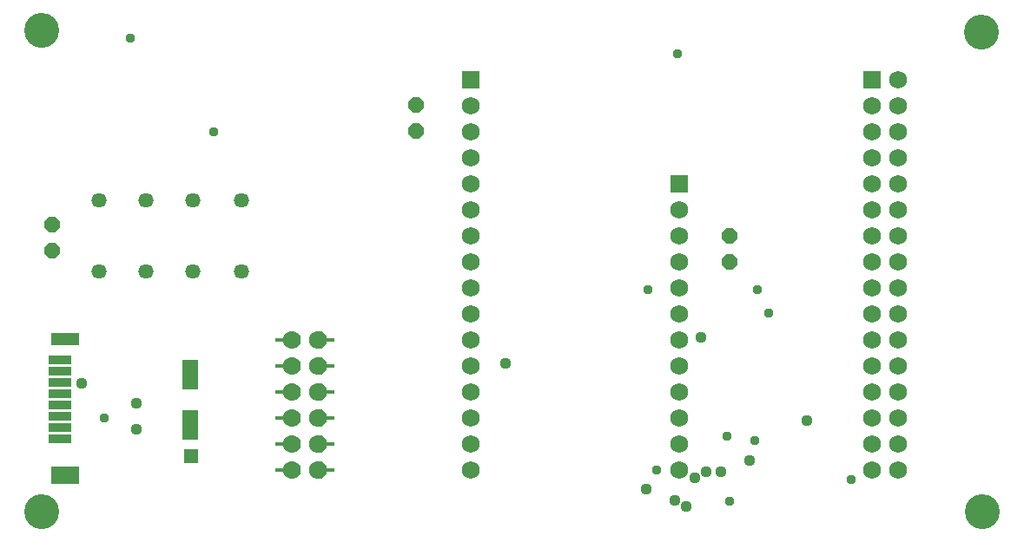
<source format=gbr>
G04 EAGLE Gerber RS-274X export*
G75*
%MOMM*%
%FSLAX34Y34*%
%LPD*%
%INSoldermask Top*%
%IPPOS*%
%AMOC8*
5,1,8,0,0,1.08239X$1,22.5*%
G01*
%ADD10C,3.403200*%
%ADD11P,1.649562X8X292.500000*%
%ADD12R,2.203200X0.903200*%
%ADD13R,2.803200X1.203200*%
%ADD14R,2.803200X1.703200*%
%ADD15R,1.603200X2.903200*%
%ADD16R,1.403200X1.403200*%
%ADD17R,1.733200X1.733200*%
%ADD18C,1.733200*%
%ADD19C,1.461200*%
%ADD20C,0.959600*%
%ADD21C,1.117600*%

G36*
X296098Y489197D02*
X296098Y489197D01*
X296104Y489193D01*
X297767Y489691D01*
X297771Y489696D01*
X297776Y489694D01*
X299308Y490509D01*
X299311Y490516D01*
X299316Y490514D01*
X300659Y491615D01*
X300660Y491622D01*
X300666Y491621D01*
X301766Y492964D01*
X301766Y492971D01*
X301771Y492972D01*
X302586Y494504D01*
X302585Y494511D01*
X302589Y494513D01*
X303077Y496141D01*
X310940Y496141D01*
X310987Y496177D01*
X310982Y496184D01*
X310989Y496190D01*
X310989Y499490D01*
X310953Y499537D01*
X310946Y499532D01*
X310940Y499539D01*
X303077Y499539D01*
X302589Y501167D01*
X302584Y501171D01*
X302586Y501176D01*
X301771Y502708D01*
X301764Y502711D01*
X301766Y502716D01*
X300666Y504059D01*
X300658Y504060D01*
X300659Y504066D01*
X299316Y505166D01*
X299309Y505166D01*
X299308Y505171D01*
X297776Y505986D01*
X297769Y505985D01*
X297767Y505989D01*
X296104Y506487D01*
X296094Y506484D01*
X296090Y506489D01*
X294640Y506489D01*
X294637Y506487D01*
X294635Y506489D01*
X292957Y506324D01*
X292952Y506319D01*
X292948Y506322D01*
X291335Y505833D01*
X291330Y505827D01*
X291326Y505829D01*
X289839Y505034D01*
X289836Y505028D01*
X289831Y505029D01*
X288528Y503959D01*
X288526Y503952D01*
X288521Y503952D01*
X287451Y502649D01*
X287451Y502642D01*
X287446Y502641D01*
X286651Y501154D01*
X286652Y501147D01*
X286648Y501145D01*
X286158Y499532D01*
X286161Y499525D01*
X286156Y499523D01*
X285991Y497845D01*
X285995Y497839D01*
X285991Y497835D01*
X286156Y496157D01*
X286161Y496152D01*
X286158Y496148D01*
X286648Y494535D01*
X286653Y494530D01*
X286651Y494526D01*
X287446Y493039D01*
X287453Y493036D01*
X287451Y493031D01*
X288521Y491728D01*
X288528Y491726D01*
X288528Y491721D01*
X289831Y490651D01*
X289838Y490651D01*
X289839Y490646D01*
X291326Y489851D01*
X291333Y489852D01*
X291335Y489848D01*
X292948Y489358D01*
X292955Y489361D01*
X292957Y489356D01*
X294635Y489191D01*
X294638Y489193D01*
X294640Y489191D01*
X296090Y489191D01*
X296098Y489197D01*
G37*
G36*
X296098Y463797D02*
X296098Y463797D01*
X296104Y463793D01*
X297767Y464291D01*
X297771Y464296D01*
X297776Y464294D01*
X299308Y465109D01*
X299311Y465116D01*
X299316Y465114D01*
X300659Y466215D01*
X300660Y466222D01*
X300666Y466221D01*
X301766Y467564D01*
X301766Y467571D01*
X301771Y467572D01*
X302586Y469104D01*
X302585Y469111D01*
X302589Y469113D01*
X303077Y470741D01*
X310940Y470741D01*
X310987Y470777D01*
X310982Y470784D01*
X310989Y470790D01*
X310989Y474090D01*
X310953Y474137D01*
X310946Y474132D01*
X310940Y474139D01*
X303077Y474139D01*
X302589Y475767D01*
X302584Y475771D01*
X302586Y475776D01*
X301771Y477308D01*
X301764Y477311D01*
X301766Y477316D01*
X300666Y478659D01*
X300658Y478660D01*
X300659Y478666D01*
X299316Y479766D01*
X299309Y479766D01*
X299308Y479771D01*
X297776Y480586D01*
X297769Y480585D01*
X297767Y480589D01*
X296104Y481087D01*
X296094Y481084D01*
X296090Y481089D01*
X294640Y481089D01*
X294637Y481087D01*
X294635Y481089D01*
X292957Y480924D01*
X292952Y480919D01*
X292948Y480922D01*
X291335Y480433D01*
X291330Y480427D01*
X291326Y480429D01*
X289839Y479634D01*
X289836Y479628D01*
X289831Y479629D01*
X288528Y478559D01*
X288526Y478552D01*
X288521Y478552D01*
X287451Y477249D01*
X287451Y477242D01*
X287446Y477241D01*
X286651Y475754D01*
X286652Y475747D01*
X286648Y475745D01*
X286158Y474132D01*
X286161Y474125D01*
X286156Y474123D01*
X285991Y472445D01*
X285995Y472439D01*
X285991Y472435D01*
X286156Y470757D01*
X286161Y470752D01*
X286158Y470748D01*
X286648Y469135D01*
X286653Y469130D01*
X286651Y469126D01*
X287446Y467639D01*
X287453Y467636D01*
X287451Y467631D01*
X288521Y466328D01*
X288528Y466326D01*
X288528Y466321D01*
X289831Y465251D01*
X289838Y465251D01*
X289839Y465246D01*
X291326Y464451D01*
X291333Y464452D01*
X291335Y464448D01*
X292948Y463958D01*
X292955Y463961D01*
X292957Y463956D01*
X294635Y463791D01*
X294638Y463793D01*
X294640Y463791D01*
X296090Y463791D01*
X296098Y463797D01*
G37*
G36*
X296098Y438397D02*
X296098Y438397D01*
X296104Y438393D01*
X297767Y438891D01*
X297771Y438896D01*
X297776Y438894D01*
X299308Y439709D01*
X299311Y439716D01*
X299316Y439714D01*
X300659Y440815D01*
X300660Y440822D01*
X300666Y440821D01*
X301766Y442164D01*
X301766Y442171D01*
X301771Y442172D01*
X302586Y443704D01*
X302585Y443711D01*
X302589Y443713D01*
X303077Y445341D01*
X310940Y445341D01*
X310987Y445377D01*
X310982Y445384D01*
X310989Y445390D01*
X310989Y448690D01*
X310953Y448737D01*
X310946Y448732D01*
X310940Y448739D01*
X303077Y448739D01*
X302589Y450367D01*
X302584Y450371D01*
X302586Y450376D01*
X301771Y451908D01*
X301764Y451911D01*
X301766Y451916D01*
X300666Y453259D01*
X300658Y453260D01*
X300659Y453266D01*
X299316Y454366D01*
X299309Y454366D01*
X299308Y454371D01*
X297776Y455186D01*
X297769Y455185D01*
X297767Y455189D01*
X296104Y455687D01*
X296094Y455684D01*
X296090Y455689D01*
X294640Y455689D01*
X294637Y455687D01*
X294635Y455689D01*
X292957Y455524D01*
X292952Y455519D01*
X292948Y455522D01*
X291335Y455033D01*
X291330Y455027D01*
X291326Y455029D01*
X289839Y454234D01*
X289836Y454228D01*
X289831Y454229D01*
X288528Y453159D01*
X288526Y453152D01*
X288521Y453152D01*
X287451Y451849D01*
X287451Y451842D01*
X287446Y451841D01*
X286651Y450354D01*
X286652Y450347D01*
X286648Y450345D01*
X286158Y448732D01*
X286161Y448725D01*
X286156Y448723D01*
X285991Y447045D01*
X285995Y447039D01*
X285991Y447035D01*
X286156Y445357D01*
X286161Y445352D01*
X286158Y445348D01*
X286648Y443735D01*
X286653Y443730D01*
X286651Y443726D01*
X287446Y442239D01*
X287453Y442236D01*
X287451Y442231D01*
X288521Y440928D01*
X288528Y440926D01*
X288528Y440921D01*
X289831Y439851D01*
X289838Y439851D01*
X289839Y439846D01*
X291326Y439051D01*
X291333Y439052D01*
X291335Y439048D01*
X292948Y438558D01*
X292955Y438561D01*
X292957Y438556D01*
X294635Y438391D01*
X294638Y438393D01*
X294640Y438391D01*
X296090Y438391D01*
X296098Y438397D01*
G37*
G36*
X296098Y412997D02*
X296098Y412997D01*
X296104Y412993D01*
X297767Y413491D01*
X297771Y413496D01*
X297776Y413494D01*
X299308Y414309D01*
X299311Y414316D01*
X299316Y414314D01*
X300659Y415415D01*
X300660Y415422D01*
X300666Y415421D01*
X301766Y416764D01*
X301766Y416771D01*
X301771Y416772D01*
X302586Y418304D01*
X302585Y418311D01*
X302589Y418313D01*
X303077Y419941D01*
X310940Y419941D01*
X310987Y419977D01*
X310982Y419984D01*
X310989Y419990D01*
X310989Y423290D01*
X310953Y423337D01*
X310946Y423332D01*
X310940Y423339D01*
X303077Y423339D01*
X302589Y424967D01*
X302584Y424971D01*
X302586Y424976D01*
X301771Y426508D01*
X301764Y426511D01*
X301766Y426516D01*
X300666Y427859D01*
X300658Y427860D01*
X300659Y427866D01*
X299316Y428966D01*
X299309Y428966D01*
X299308Y428971D01*
X297776Y429786D01*
X297769Y429785D01*
X297767Y429789D01*
X296104Y430287D01*
X296094Y430284D01*
X296090Y430289D01*
X294640Y430289D01*
X294637Y430287D01*
X294635Y430289D01*
X292957Y430124D01*
X292952Y430119D01*
X292948Y430122D01*
X291335Y429633D01*
X291330Y429627D01*
X291326Y429629D01*
X289839Y428834D01*
X289836Y428828D01*
X289831Y428829D01*
X288528Y427759D01*
X288526Y427752D01*
X288521Y427752D01*
X287451Y426449D01*
X287451Y426442D01*
X287446Y426441D01*
X286651Y424954D01*
X286652Y424947D01*
X286648Y424945D01*
X286158Y423332D01*
X286161Y423325D01*
X286156Y423323D01*
X285991Y421645D01*
X285995Y421639D01*
X285991Y421635D01*
X286156Y419957D01*
X286161Y419952D01*
X286158Y419948D01*
X286648Y418335D01*
X286653Y418330D01*
X286651Y418326D01*
X287446Y416839D01*
X287453Y416836D01*
X287451Y416831D01*
X288521Y415528D01*
X288528Y415526D01*
X288528Y415521D01*
X289831Y414451D01*
X289838Y414451D01*
X289839Y414446D01*
X291326Y413651D01*
X291333Y413652D01*
X291335Y413648D01*
X292948Y413158D01*
X292955Y413161D01*
X292957Y413156D01*
X294635Y412991D01*
X294638Y412993D01*
X294640Y412991D01*
X296090Y412991D01*
X296098Y412997D01*
G37*
G36*
X296098Y387597D02*
X296098Y387597D01*
X296104Y387593D01*
X297767Y388091D01*
X297771Y388096D01*
X297776Y388094D01*
X299308Y388909D01*
X299311Y388916D01*
X299316Y388914D01*
X300659Y390015D01*
X300660Y390022D01*
X300666Y390021D01*
X301766Y391364D01*
X301766Y391371D01*
X301771Y391372D01*
X302586Y392904D01*
X302585Y392911D01*
X302589Y392913D01*
X303077Y394541D01*
X310940Y394541D01*
X310987Y394577D01*
X310982Y394584D01*
X310989Y394590D01*
X310989Y397890D01*
X310953Y397937D01*
X310946Y397932D01*
X310940Y397939D01*
X303077Y397939D01*
X302589Y399567D01*
X302584Y399571D01*
X302586Y399576D01*
X301771Y401108D01*
X301764Y401111D01*
X301766Y401116D01*
X300666Y402459D01*
X300658Y402460D01*
X300659Y402466D01*
X299316Y403566D01*
X299309Y403566D01*
X299308Y403571D01*
X297776Y404386D01*
X297769Y404385D01*
X297767Y404389D01*
X296104Y404887D01*
X296094Y404884D01*
X296090Y404889D01*
X294640Y404889D01*
X294637Y404887D01*
X294635Y404889D01*
X292957Y404724D01*
X292952Y404719D01*
X292948Y404722D01*
X291335Y404233D01*
X291330Y404227D01*
X291326Y404229D01*
X289839Y403434D01*
X289836Y403428D01*
X289831Y403429D01*
X288528Y402359D01*
X288526Y402352D01*
X288521Y402352D01*
X287451Y401049D01*
X287451Y401042D01*
X287446Y401041D01*
X286651Y399554D01*
X286652Y399547D01*
X286648Y399545D01*
X286158Y397932D01*
X286161Y397925D01*
X286156Y397923D01*
X285991Y396245D01*
X285995Y396239D01*
X285991Y396235D01*
X286156Y394557D01*
X286161Y394552D01*
X286158Y394548D01*
X286648Y392935D01*
X286653Y392930D01*
X286651Y392926D01*
X287446Y391439D01*
X287453Y391436D01*
X287451Y391431D01*
X288521Y390128D01*
X288528Y390126D01*
X288528Y390121D01*
X289831Y389051D01*
X289838Y389051D01*
X289839Y389046D01*
X291326Y388251D01*
X291333Y388252D01*
X291335Y388248D01*
X292948Y387758D01*
X292955Y387761D01*
X292957Y387756D01*
X294635Y387591D01*
X294638Y387593D01*
X294640Y387591D01*
X296090Y387591D01*
X296098Y387597D01*
G37*
G36*
X296098Y362197D02*
X296098Y362197D01*
X296104Y362193D01*
X297767Y362691D01*
X297771Y362696D01*
X297776Y362694D01*
X299308Y363509D01*
X299311Y363516D01*
X299316Y363514D01*
X300659Y364615D01*
X300660Y364622D01*
X300666Y364621D01*
X301766Y365964D01*
X301766Y365971D01*
X301771Y365972D01*
X302586Y367504D01*
X302585Y367511D01*
X302589Y367513D01*
X303077Y369141D01*
X310940Y369141D01*
X310987Y369177D01*
X310982Y369184D01*
X310989Y369190D01*
X310989Y372490D01*
X310953Y372537D01*
X310946Y372532D01*
X310940Y372539D01*
X303077Y372539D01*
X302589Y374167D01*
X302584Y374171D01*
X302586Y374176D01*
X301771Y375708D01*
X301764Y375711D01*
X301766Y375716D01*
X300666Y377059D01*
X300658Y377060D01*
X300659Y377066D01*
X299316Y378166D01*
X299309Y378166D01*
X299308Y378171D01*
X297776Y378986D01*
X297769Y378985D01*
X297767Y378989D01*
X296104Y379487D01*
X296094Y379484D01*
X296090Y379489D01*
X294640Y379489D01*
X294637Y379487D01*
X294635Y379489D01*
X292957Y379324D01*
X292952Y379319D01*
X292948Y379322D01*
X291335Y378833D01*
X291330Y378827D01*
X291326Y378829D01*
X289839Y378034D01*
X289836Y378028D01*
X289831Y378029D01*
X288528Y376959D01*
X288526Y376952D01*
X288521Y376952D01*
X287451Y375649D01*
X287451Y375642D01*
X287446Y375641D01*
X286651Y374154D01*
X286652Y374147D01*
X286648Y374145D01*
X286158Y372532D01*
X286161Y372525D01*
X286156Y372523D01*
X285991Y370845D01*
X285995Y370839D01*
X285991Y370835D01*
X286156Y369157D01*
X286161Y369152D01*
X286158Y369148D01*
X286648Y367535D01*
X286653Y367530D01*
X286651Y367526D01*
X287446Y366039D01*
X287453Y366036D01*
X287451Y366031D01*
X288521Y364728D01*
X288528Y364726D01*
X288528Y364721D01*
X289831Y363651D01*
X289838Y363651D01*
X289839Y363646D01*
X291326Y362851D01*
X291333Y362852D01*
X291335Y362848D01*
X292948Y362358D01*
X292955Y362361D01*
X292957Y362356D01*
X294635Y362191D01*
X294638Y362193D01*
X294640Y362191D01*
X296090Y362191D01*
X296098Y362197D01*
G37*
G36*
X270923Y489356D02*
X270923Y489356D01*
X270928Y489361D01*
X270932Y489358D01*
X272545Y489848D01*
X272550Y489853D01*
X272554Y489851D01*
X274041Y490646D01*
X274044Y490653D01*
X274049Y490651D01*
X275352Y491721D01*
X275354Y491728D01*
X275359Y491728D01*
X276429Y493031D01*
X276429Y493038D01*
X276434Y493039D01*
X277229Y494526D01*
X277228Y494533D01*
X277233Y494535D01*
X277311Y494792D01*
X277325Y494841D01*
X277326Y494841D01*
X277550Y495580D01*
X277722Y496148D01*
X277719Y496155D01*
X277724Y496157D01*
X277889Y497835D01*
X277885Y497841D01*
X277889Y497845D01*
X277724Y499523D01*
X277719Y499528D01*
X277722Y499532D01*
X277233Y501145D01*
X277227Y501150D01*
X277229Y501154D01*
X276434Y502641D01*
X276428Y502644D01*
X276429Y502649D01*
X275359Y503952D01*
X275352Y503954D01*
X275352Y503959D01*
X274049Y505029D01*
X274042Y505029D01*
X274041Y505034D01*
X272554Y505829D01*
X272547Y505828D01*
X272545Y505833D01*
X270932Y506322D01*
X270925Y506319D01*
X270923Y506324D01*
X269245Y506489D01*
X269239Y506485D01*
X269235Y506489D01*
X267558Y506320D01*
X267553Y506315D01*
X267549Y506318D01*
X265937Y505825D01*
X265933Y505819D01*
X265928Y505821D01*
X264445Y505021D01*
X264442Y505015D01*
X264437Y505016D01*
X263138Y503942D01*
X263137Y503935D01*
X263131Y503935D01*
X262068Y502627D01*
X262068Y502620D01*
X262063Y502619D01*
X261276Y501129D01*
X261277Y501125D01*
X261274Y501123D01*
X261276Y501121D01*
X261273Y501120D01*
X260803Y499539D01*
X252940Y499539D01*
X252893Y499503D01*
X252895Y499500D01*
X252893Y499497D01*
X252895Y499494D01*
X252891Y499490D01*
X252891Y496190D01*
X252927Y496143D01*
X252934Y496148D01*
X252940Y496141D01*
X260803Y496141D01*
X261273Y494560D01*
X261278Y494556D01*
X261276Y494551D01*
X262063Y493061D01*
X262069Y493058D01*
X262068Y493053D01*
X263131Y491745D01*
X263138Y491743D01*
X263138Y491738D01*
X264437Y490664D01*
X264444Y490664D01*
X264445Y490659D01*
X265928Y489859D01*
X265936Y489860D01*
X265937Y489855D01*
X267549Y489362D01*
X267556Y489364D01*
X267558Y489360D01*
X269235Y489191D01*
X269241Y489195D01*
X269245Y489191D01*
X270923Y489356D01*
G37*
G36*
X270923Y438556D02*
X270923Y438556D01*
X270928Y438561D01*
X270932Y438558D01*
X272545Y439048D01*
X272550Y439053D01*
X272554Y439051D01*
X274041Y439846D01*
X274044Y439853D01*
X274049Y439851D01*
X275352Y440921D01*
X275354Y440928D01*
X275359Y440928D01*
X276429Y442231D01*
X276429Y442238D01*
X276434Y442239D01*
X277229Y443726D01*
X277228Y443733D01*
X277233Y443735D01*
X277311Y443992D01*
X277325Y444041D01*
X277326Y444041D01*
X277550Y444780D01*
X277722Y445348D01*
X277719Y445355D01*
X277724Y445357D01*
X277889Y447035D01*
X277885Y447041D01*
X277889Y447045D01*
X277724Y448723D01*
X277719Y448728D01*
X277722Y448732D01*
X277233Y450345D01*
X277227Y450350D01*
X277229Y450354D01*
X276434Y451841D01*
X276428Y451844D01*
X276429Y451849D01*
X275359Y453152D01*
X275352Y453154D01*
X275352Y453159D01*
X274049Y454229D01*
X274042Y454229D01*
X274041Y454234D01*
X272554Y455029D01*
X272547Y455028D01*
X272545Y455033D01*
X270932Y455522D01*
X270925Y455519D01*
X270923Y455524D01*
X269245Y455689D01*
X269239Y455685D01*
X269235Y455689D01*
X267558Y455520D01*
X267553Y455515D01*
X267549Y455518D01*
X265937Y455025D01*
X265933Y455019D01*
X265928Y455021D01*
X264445Y454221D01*
X264442Y454215D01*
X264437Y454216D01*
X263138Y453142D01*
X263137Y453135D01*
X263131Y453135D01*
X262068Y451827D01*
X262068Y451820D01*
X262063Y451819D01*
X261276Y450329D01*
X261277Y450325D01*
X261274Y450323D01*
X261276Y450321D01*
X261273Y450320D01*
X260803Y448739D01*
X252940Y448739D01*
X252893Y448703D01*
X252895Y448700D01*
X252893Y448697D01*
X252895Y448694D01*
X252891Y448690D01*
X252891Y445390D01*
X252927Y445343D01*
X252934Y445348D01*
X252940Y445341D01*
X260803Y445341D01*
X261273Y443760D01*
X261278Y443756D01*
X261276Y443751D01*
X262063Y442261D01*
X262069Y442258D01*
X262068Y442253D01*
X263131Y440945D01*
X263138Y440943D01*
X263138Y440938D01*
X264437Y439864D01*
X264444Y439864D01*
X264445Y439859D01*
X265928Y439059D01*
X265936Y439060D01*
X265937Y439055D01*
X267549Y438562D01*
X267556Y438564D01*
X267558Y438560D01*
X269235Y438391D01*
X269241Y438395D01*
X269245Y438391D01*
X270923Y438556D01*
G37*
G36*
X270923Y413156D02*
X270923Y413156D01*
X270928Y413161D01*
X270932Y413158D01*
X272545Y413648D01*
X272550Y413653D01*
X272554Y413651D01*
X274041Y414446D01*
X274044Y414453D01*
X274049Y414451D01*
X275352Y415521D01*
X275354Y415528D01*
X275359Y415528D01*
X276429Y416831D01*
X276429Y416838D01*
X276434Y416839D01*
X277229Y418326D01*
X277228Y418333D01*
X277233Y418335D01*
X277311Y418592D01*
X277325Y418641D01*
X277326Y418641D01*
X277550Y419380D01*
X277722Y419948D01*
X277719Y419955D01*
X277724Y419957D01*
X277889Y421635D01*
X277885Y421641D01*
X277889Y421645D01*
X277724Y423323D01*
X277719Y423328D01*
X277722Y423332D01*
X277233Y424945D01*
X277227Y424950D01*
X277229Y424954D01*
X276434Y426441D01*
X276428Y426444D01*
X276429Y426449D01*
X275359Y427752D01*
X275352Y427754D01*
X275352Y427759D01*
X274049Y428829D01*
X274042Y428829D01*
X274041Y428834D01*
X272554Y429629D01*
X272547Y429628D01*
X272545Y429633D01*
X270932Y430122D01*
X270925Y430119D01*
X270923Y430124D01*
X269245Y430289D01*
X269239Y430285D01*
X269235Y430289D01*
X267558Y430120D01*
X267553Y430115D01*
X267549Y430118D01*
X265937Y429625D01*
X265933Y429619D01*
X265928Y429621D01*
X264445Y428821D01*
X264442Y428815D01*
X264437Y428816D01*
X263138Y427742D01*
X263137Y427735D01*
X263131Y427735D01*
X262068Y426427D01*
X262068Y426420D01*
X262063Y426419D01*
X261276Y424929D01*
X261277Y424925D01*
X261274Y424923D01*
X261276Y424921D01*
X261273Y424920D01*
X260803Y423339D01*
X252940Y423339D01*
X252893Y423303D01*
X252895Y423300D01*
X252893Y423297D01*
X252895Y423294D01*
X252891Y423290D01*
X252891Y419990D01*
X252927Y419943D01*
X252934Y419948D01*
X252940Y419941D01*
X260803Y419941D01*
X261273Y418360D01*
X261278Y418356D01*
X261276Y418351D01*
X262063Y416861D01*
X262069Y416858D01*
X262068Y416853D01*
X263131Y415545D01*
X263138Y415543D01*
X263138Y415538D01*
X264437Y414464D01*
X264444Y414464D01*
X264445Y414459D01*
X265928Y413659D01*
X265936Y413660D01*
X265937Y413655D01*
X267549Y413162D01*
X267556Y413164D01*
X267558Y413160D01*
X269235Y412991D01*
X269241Y412995D01*
X269245Y412991D01*
X270923Y413156D01*
G37*
G36*
X270923Y387756D02*
X270923Y387756D01*
X270928Y387761D01*
X270932Y387758D01*
X272545Y388248D01*
X272550Y388253D01*
X272554Y388251D01*
X274041Y389046D01*
X274044Y389053D01*
X274049Y389051D01*
X275352Y390121D01*
X275354Y390128D01*
X275359Y390128D01*
X276429Y391431D01*
X276429Y391438D01*
X276434Y391439D01*
X277229Y392926D01*
X277228Y392933D01*
X277233Y392935D01*
X277311Y393192D01*
X277325Y393241D01*
X277326Y393241D01*
X277550Y393980D01*
X277722Y394548D01*
X277719Y394555D01*
X277724Y394557D01*
X277889Y396235D01*
X277885Y396241D01*
X277889Y396245D01*
X277724Y397923D01*
X277719Y397928D01*
X277722Y397932D01*
X277233Y399545D01*
X277227Y399550D01*
X277229Y399554D01*
X276434Y401041D01*
X276428Y401044D01*
X276429Y401049D01*
X275359Y402352D01*
X275352Y402354D01*
X275352Y402359D01*
X274049Y403429D01*
X274042Y403429D01*
X274041Y403434D01*
X272554Y404229D01*
X272547Y404228D01*
X272545Y404233D01*
X270932Y404722D01*
X270925Y404719D01*
X270923Y404724D01*
X269245Y404889D01*
X269239Y404885D01*
X269235Y404889D01*
X267558Y404720D01*
X267553Y404715D01*
X267549Y404718D01*
X265937Y404225D01*
X265933Y404219D01*
X265928Y404221D01*
X264445Y403421D01*
X264442Y403415D01*
X264437Y403416D01*
X263138Y402342D01*
X263137Y402335D01*
X263131Y402335D01*
X262068Y401027D01*
X262068Y401020D01*
X262063Y401019D01*
X261276Y399529D01*
X261277Y399525D01*
X261274Y399523D01*
X261276Y399521D01*
X261273Y399520D01*
X260803Y397939D01*
X252940Y397939D01*
X252893Y397903D01*
X252895Y397900D01*
X252893Y397897D01*
X252895Y397894D01*
X252891Y397890D01*
X252891Y394590D01*
X252927Y394543D01*
X252934Y394548D01*
X252940Y394541D01*
X260803Y394541D01*
X261273Y392960D01*
X261278Y392956D01*
X261276Y392951D01*
X262063Y391461D01*
X262069Y391458D01*
X262068Y391453D01*
X263131Y390145D01*
X263138Y390143D01*
X263138Y390138D01*
X264437Y389064D01*
X264444Y389064D01*
X264445Y389059D01*
X265928Y388259D01*
X265936Y388260D01*
X265937Y388255D01*
X267549Y387762D01*
X267556Y387764D01*
X267558Y387760D01*
X269235Y387591D01*
X269241Y387595D01*
X269245Y387591D01*
X270923Y387756D01*
G37*
G36*
X270923Y362356D02*
X270923Y362356D01*
X270928Y362361D01*
X270932Y362358D01*
X272545Y362848D01*
X272550Y362853D01*
X272554Y362851D01*
X274041Y363646D01*
X274044Y363653D01*
X274049Y363651D01*
X275352Y364721D01*
X275354Y364728D01*
X275359Y364728D01*
X276429Y366031D01*
X276429Y366038D01*
X276434Y366039D01*
X277229Y367526D01*
X277228Y367533D01*
X277233Y367535D01*
X277311Y367792D01*
X277325Y367841D01*
X277326Y367841D01*
X277550Y368580D01*
X277722Y369148D01*
X277719Y369155D01*
X277724Y369157D01*
X277889Y370835D01*
X277885Y370841D01*
X277889Y370845D01*
X277724Y372523D01*
X277719Y372528D01*
X277722Y372532D01*
X277233Y374145D01*
X277227Y374150D01*
X277229Y374154D01*
X276434Y375641D01*
X276428Y375644D01*
X276429Y375649D01*
X275359Y376952D01*
X275352Y376954D01*
X275352Y376959D01*
X274049Y378029D01*
X274042Y378029D01*
X274041Y378034D01*
X272554Y378829D01*
X272547Y378828D01*
X272545Y378833D01*
X270932Y379322D01*
X270925Y379319D01*
X270923Y379324D01*
X269245Y379489D01*
X269239Y379485D01*
X269235Y379489D01*
X267558Y379320D01*
X267553Y379315D01*
X267549Y379318D01*
X265937Y378825D01*
X265933Y378819D01*
X265928Y378821D01*
X264445Y378021D01*
X264442Y378015D01*
X264437Y378016D01*
X263138Y376942D01*
X263137Y376935D01*
X263131Y376935D01*
X262068Y375627D01*
X262068Y375620D01*
X262063Y375619D01*
X261276Y374129D01*
X261277Y374125D01*
X261274Y374123D01*
X261276Y374121D01*
X261273Y374120D01*
X260803Y372539D01*
X252940Y372539D01*
X252893Y372503D01*
X252895Y372500D01*
X252893Y372497D01*
X252895Y372494D01*
X252891Y372490D01*
X252891Y369190D01*
X252927Y369143D01*
X252934Y369148D01*
X252940Y369141D01*
X260803Y369141D01*
X261273Y367560D01*
X261278Y367556D01*
X261276Y367551D01*
X262063Y366061D01*
X262069Y366058D01*
X262068Y366053D01*
X263131Y364745D01*
X263138Y364743D01*
X263138Y364738D01*
X264437Y363664D01*
X264444Y363664D01*
X264445Y363659D01*
X265928Y362859D01*
X265936Y362860D01*
X265937Y362855D01*
X267549Y362362D01*
X267556Y362364D01*
X267558Y362360D01*
X269235Y362191D01*
X269241Y362195D01*
X269245Y362191D01*
X270923Y362356D01*
G37*
G36*
X270923Y463956D02*
X270923Y463956D01*
X270928Y463961D01*
X270932Y463958D01*
X272545Y464448D01*
X272550Y464453D01*
X272554Y464451D01*
X274041Y465246D01*
X274044Y465253D01*
X274049Y465251D01*
X275352Y466321D01*
X275354Y466328D01*
X275359Y466328D01*
X276429Y467631D01*
X276429Y467638D01*
X276434Y467639D01*
X277229Y469126D01*
X277228Y469133D01*
X277233Y469135D01*
X277385Y469638D01*
X277609Y470377D01*
X277624Y470426D01*
X277722Y470748D01*
X277719Y470755D01*
X277724Y470757D01*
X277889Y472435D01*
X277885Y472441D01*
X277889Y472445D01*
X277724Y474123D01*
X277719Y474128D01*
X277722Y474132D01*
X277233Y475745D01*
X277227Y475750D01*
X277229Y475754D01*
X276434Y477241D01*
X276428Y477244D01*
X276429Y477249D01*
X275359Y478552D01*
X275352Y478554D01*
X275352Y478559D01*
X274049Y479629D01*
X274042Y479629D01*
X274041Y479634D01*
X272554Y480429D01*
X272547Y480428D01*
X272545Y480433D01*
X270932Y480922D01*
X270925Y480919D01*
X270923Y480924D01*
X269245Y481089D01*
X269239Y481085D01*
X269235Y481089D01*
X267558Y480920D01*
X267553Y480915D01*
X267549Y480918D01*
X265937Y480425D01*
X265933Y480419D01*
X265928Y480421D01*
X264445Y479621D01*
X264442Y479615D01*
X264437Y479616D01*
X263138Y478542D01*
X263137Y478535D01*
X263131Y478535D01*
X262068Y477227D01*
X262068Y477220D01*
X262063Y477219D01*
X261276Y475729D01*
X261277Y475725D01*
X261274Y475723D01*
X261276Y475721D01*
X261273Y475720D01*
X260803Y474139D01*
X252940Y474139D01*
X252893Y474103D01*
X252896Y474099D01*
X252893Y474097D01*
X252895Y474094D01*
X252891Y474090D01*
X252891Y470790D01*
X252927Y470743D01*
X252934Y470748D01*
X252940Y470741D01*
X260803Y470741D01*
X261273Y469160D01*
X261278Y469156D01*
X261276Y469151D01*
X262063Y467661D01*
X262069Y467658D01*
X262068Y467653D01*
X263131Y466345D01*
X263138Y466343D01*
X263138Y466338D01*
X264437Y465264D01*
X264444Y465264D01*
X264445Y465259D01*
X265928Y464459D01*
X265936Y464460D01*
X265937Y464455D01*
X267549Y463962D01*
X267556Y463964D01*
X267558Y463960D01*
X269235Y463791D01*
X269241Y463795D01*
X269245Y463791D01*
X270923Y463956D01*
G37*
D10*
X25400Y800100D03*
X941070Y798830D03*
X25400Y330200D03*
X942340Y330200D03*
D11*
X389890Y727710D03*
X389890Y702310D03*
X695960Y599440D03*
X695960Y574040D03*
D12*
X43180Y478070D03*
X43180Y467070D03*
X43180Y456070D03*
X43180Y445070D03*
X43180Y434070D03*
X43180Y423070D03*
X43180Y412070D03*
X43180Y401070D03*
D13*
X48180Y499070D03*
D14*
X48180Y365570D03*
D15*
X170180Y415070D03*
X170180Y464070D03*
D16*
X171180Y384570D03*
D17*
X646430Y650240D03*
D18*
X646430Y624840D03*
X646430Y599440D03*
X646430Y574040D03*
X646430Y548640D03*
X646430Y523240D03*
X646430Y497840D03*
X646430Y472440D03*
X646430Y447040D03*
X646430Y421640D03*
X646430Y396240D03*
X646430Y370840D03*
D17*
X443230Y751840D03*
D18*
X443230Y726440D03*
X443230Y701040D03*
X443230Y675640D03*
X443230Y650240D03*
X443230Y624840D03*
X443230Y599440D03*
X443230Y574040D03*
X443230Y548640D03*
X443230Y523240D03*
X443230Y497840D03*
X443230Y472440D03*
X443230Y447040D03*
X443230Y421640D03*
X443230Y396240D03*
X443230Y370840D03*
X269240Y497840D03*
X294640Y497840D03*
X269240Y472440D03*
X294640Y472440D03*
X269240Y447040D03*
X294640Y447040D03*
X269240Y421640D03*
X294640Y421640D03*
X269240Y396240D03*
X294640Y396240D03*
X269240Y370840D03*
X294640Y370840D03*
D17*
X834390Y751840D03*
D18*
X859790Y751840D03*
X834390Y726440D03*
X859790Y726440D03*
X834390Y701040D03*
X859790Y701040D03*
X834390Y675640D03*
X859790Y675640D03*
X834390Y650240D03*
X859790Y650240D03*
X834390Y624840D03*
X859790Y624840D03*
X834390Y599440D03*
X859790Y599440D03*
X834390Y574040D03*
X859790Y574040D03*
X834390Y548640D03*
X859790Y548640D03*
X834390Y523240D03*
X859790Y523240D03*
X834390Y497840D03*
X859790Y497840D03*
X834390Y472440D03*
X859790Y472440D03*
X834390Y447040D03*
X859790Y447040D03*
X834390Y421640D03*
X859790Y421640D03*
X834390Y396240D03*
X859790Y396240D03*
X834390Y370840D03*
X859790Y370840D03*
D19*
X81280Y564440D03*
X81280Y634440D03*
X127000Y564440D03*
X127000Y634440D03*
X172720Y564440D03*
X172720Y634440D03*
X219710Y564440D03*
X219710Y634440D03*
D11*
X35560Y610870D03*
X35560Y585470D03*
D20*
X111760Y792480D03*
X193040Y701040D03*
X645160Y777240D03*
X695960Y340360D03*
X86360Y421640D03*
X624840Y370840D03*
X693420Y403860D03*
X720090Y400050D03*
X734060Y524510D03*
X722630Y547370D03*
X615950Y547370D03*
X814070Y361950D03*
D21*
X667766Y500126D03*
X477774Y474980D03*
X771144Y419100D03*
X642620Y340868D03*
X673354Y368808D03*
X653796Y335280D03*
X687324Y368808D03*
X64262Y455422D03*
X117348Y435864D03*
X117348Y410718D03*
X715264Y379984D03*
X662178Y363220D03*
X614680Y352044D03*
M02*

</source>
